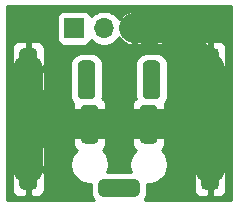
<source format=gbr>
%TF.GenerationSoftware,KiCad,Pcbnew,(5.1.6-0-10_14)*%
%TF.CreationDate,2020-09-14T10:06:51+09:00*%
%TF.ProjectId,breakout_DIN4,62726561-6b6f-4757-945f-44494e342e6b,rev?*%
%TF.SameCoordinates,Original*%
%TF.FileFunction,Copper,L2,Bot*%
%TF.FilePolarity,Positive*%
%FSLAX46Y46*%
G04 Gerber Fmt 4.6, Leading zero omitted, Abs format (unit mm)*
G04 Created by KiCad (PCBNEW (5.1.6-0-10_14)) date 2020-09-14 10:06:51*
%MOMM*%
%LPD*%
G01*
G04 APERTURE LIST*
%TA.AperFunction,ComponentPad*%
%ADD10O,1.700000X1.700000*%
%TD*%
%TA.AperFunction,ComponentPad*%
%ADD11R,1.700000X1.700000*%
%TD*%
%TA.AperFunction,Conductor*%
%ADD12C,2.540000*%
%TD*%
%TA.AperFunction,Conductor*%
%ADD13C,0.254000*%
%TD*%
G04 APERTURE END LIST*
D10*
%TO.P,J1,4*%
%TO.N,GND*%
X118110000Y-99060000D03*
%TO.P,J1,3*%
X115570000Y-99060000D03*
%TO.P,J1,2*%
%TO.N,VCC*%
X113030000Y-99060000D03*
D11*
%TO.P,J1,1*%
X110490000Y-99060000D03*
%TD*%
%TO.P,U1,1*%
%TO.N,VCC*%
%TA.AperFunction,ComponentPad*%
G36*
G01*
X110800000Y-104725000D02*
X110800000Y-102175000D01*
G75*
G02*
X111175000Y-101800000I375000J0D01*
G01*
X111925000Y-101800000D01*
G75*
G02*
X112300000Y-102175000I0J-375000D01*
G01*
X112300000Y-104725000D01*
G75*
G02*
X111925000Y-105100000I-375000J0D01*
G01*
X111175000Y-105100000D01*
G75*
G02*
X110800000Y-104725000I0J375000D01*
G01*
G37*
%TD.AperFunction*%
%TO.P,U1,2*%
%TA.AperFunction,ComponentPad*%
G36*
G01*
X116300000Y-104725000D02*
X116300000Y-102175000D01*
G75*
G02*
X116675000Y-101800000I375000J0D01*
G01*
X117425000Y-101800000D01*
G75*
G02*
X117800000Y-102175000I0J-375000D01*
G01*
X117800000Y-104725000D01*
G75*
G02*
X117425000Y-105100000I-375000J0D01*
G01*
X116675000Y-105100000D01*
G75*
G02*
X116300000Y-104725000I0J375000D01*
G01*
G37*
%TD.AperFunction*%
%TO.P,U1,3*%
%TO.N,GND*%
%TA.AperFunction,ComponentPad*%
G36*
G01*
X111050000Y-108475000D02*
X111050000Y-105925000D01*
G75*
G02*
X111425000Y-105550000I375000J0D01*
G01*
X112175000Y-105550000D01*
G75*
G02*
X112550000Y-105925000I0J-375000D01*
G01*
X112550000Y-108475000D01*
G75*
G02*
X112175000Y-108850000I-375000J0D01*
G01*
X111425000Y-108850000D01*
G75*
G02*
X111050000Y-108475000I0J375000D01*
G01*
G37*
%TD.AperFunction*%
%TO.P,U1,4*%
%TA.AperFunction,ComponentPad*%
G36*
G01*
X116050000Y-108475000D02*
X116050000Y-105925000D01*
G75*
G02*
X116425000Y-105550000I375000J0D01*
G01*
X117175000Y-105550000D01*
G75*
G02*
X117550000Y-105925000I0J-375000D01*
G01*
X117550000Y-108475000D01*
G75*
G02*
X117175000Y-108850000I-375000J0D01*
G01*
X116425000Y-108850000D01*
G75*
G02*
X116050000Y-108475000I0J375000D01*
G01*
G37*
%TD.AperFunction*%
%TO.P,U1,5*%
%TO.N,Net-(U1-Pad5)*%
%TA.AperFunction,ComponentPad*%
G36*
G01*
X115675000Y-113350000D02*
X112925000Y-113350000D01*
G75*
G02*
X112550000Y-112975000I0J375000D01*
G01*
X112550000Y-112225000D01*
G75*
G02*
X112925000Y-111850000I375000J0D01*
G01*
X115675000Y-111850000D01*
G75*
G02*
X116050000Y-112225000I0J-375000D01*
G01*
X116050000Y-112975000D01*
G75*
G02*
X115675000Y-113350000I-375000J0D01*
G01*
G37*
%TD.AperFunction*%
%TO.P,U1,6*%
%TO.N,GND*%
%TA.AperFunction,ComponentPad*%
G36*
G01*
X107350000Y-101125000D02*
X107350000Y-103875000D01*
G75*
G02*
X106975000Y-104250000I-375000J0D01*
G01*
X106225000Y-104250000D01*
G75*
G02*
X105850000Y-103875000I0J375000D01*
G01*
X105850000Y-101125000D01*
G75*
G02*
X106225000Y-100750000I375000J0D01*
G01*
X106975000Y-100750000D01*
G75*
G02*
X107350000Y-101125000I0J-375000D01*
G01*
G37*
%TD.AperFunction*%
%TO.P,U1,8*%
%TA.AperFunction,ComponentPad*%
G36*
G01*
X122750000Y-101125000D02*
X122750000Y-103875000D01*
G75*
G02*
X122375000Y-104250000I-375000J0D01*
G01*
X121625000Y-104250000D01*
G75*
G02*
X121250000Y-103875000I0J375000D01*
G01*
X121250000Y-101125000D01*
G75*
G02*
X121625000Y-100750000I375000J0D01*
G01*
X122375000Y-100750000D01*
G75*
G02*
X122750000Y-101125000I0J-375000D01*
G01*
G37*
%TD.AperFunction*%
%TO.P,U1,7*%
%TA.AperFunction,ComponentPad*%
G36*
G01*
X107350000Y-109625000D02*
X107350000Y-112375000D01*
G75*
G02*
X106975000Y-112750000I-375000J0D01*
G01*
X106225000Y-112750000D01*
G75*
G02*
X105850000Y-112375000I0J375000D01*
G01*
X105850000Y-109625000D01*
G75*
G02*
X106225000Y-109250000I375000J0D01*
G01*
X106975000Y-109250000D01*
G75*
G02*
X107350000Y-109625000I0J-375000D01*
G01*
G37*
%TD.AperFunction*%
%TO.P,U1,9*%
%TA.AperFunction,ComponentPad*%
G36*
G01*
X122750000Y-109625000D02*
X122750000Y-112375000D01*
G75*
G02*
X122375000Y-112750000I-375000J0D01*
G01*
X121625000Y-112750000D01*
G75*
G02*
X121250000Y-112375000I0J375000D01*
G01*
X121250000Y-109625000D01*
G75*
G02*
X121625000Y-109250000I375000J0D01*
G01*
X122375000Y-109250000D01*
G75*
G02*
X122750000Y-109625000I0J-375000D01*
G01*
G37*
%TD.AperFunction*%
%TD*%
D12*
%TO.N,GND*%
X106913000Y-107200000D02*
X106600000Y-106887000D01*
X111800000Y-107200000D02*
X106913000Y-107200000D01*
X106600000Y-106887000D02*
X106600000Y-111000000D01*
X106600000Y-102500000D02*
X106600000Y-106887000D01*
X111800000Y-107200000D02*
X116800000Y-107200000D01*
X121585400Y-107200000D02*
X122000000Y-106785400D01*
X122000000Y-106785400D02*
X122000000Y-111000000D01*
X116800000Y-107200000D02*
X121585400Y-107200000D01*
X122000000Y-102500000D02*
X122000000Y-106785400D01*
X115570000Y-99060000D02*
X118110000Y-99060000D01*
X118560000Y-99060000D02*
X122000000Y-102500000D01*
X118110000Y-99060000D02*
X118560000Y-99060000D01*
%TD*%
D13*
%TO.N,GND*%
G36*
X123775000Y-113615000D02*
G01*
X116454009Y-113615000D01*
X116517339Y-113537833D01*
X116610956Y-113362686D01*
X116668606Y-113172641D01*
X116688072Y-112975000D01*
X116688072Y-112750000D01*
X120611928Y-112750000D01*
X120624188Y-112874482D01*
X120660498Y-112994180D01*
X120719463Y-113104494D01*
X120798815Y-113201185D01*
X120895506Y-113280537D01*
X121005820Y-113339502D01*
X121125518Y-113375812D01*
X121250000Y-113388072D01*
X121714250Y-113385000D01*
X121873000Y-113226250D01*
X121873000Y-111127000D01*
X122127000Y-111127000D01*
X122127000Y-113226250D01*
X122285750Y-113385000D01*
X122750000Y-113388072D01*
X122874482Y-113375812D01*
X122994180Y-113339502D01*
X123104494Y-113280537D01*
X123201185Y-113201185D01*
X123280537Y-113104494D01*
X123339502Y-112994180D01*
X123375812Y-112874482D01*
X123388072Y-112750000D01*
X123385000Y-111285750D01*
X123226250Y-111127000D01*
X122127000Y-111127000D01*
X121873000Y-111127000D01*
X120773750Y-111127000D01*
X120615000Y-111285750D01*
X120611928Y-112750000D01*
X116688072Y-112750000D01*
X116688072Y-112235000D01*
X116961033Y-112235000D01*
X117276912Y-112172168D01*
X117574463Y-112048918D01*
X117842252Y-111869987D01*
X118069987Y-111642252D01*
X118248918Y-111374463D01*
X118372168Y-111076912D01*
X118435000Y-110761033D01*
X118435000Y-110438967D01*
X118372168Y-110123088D01*
X118248918Y-109825537D01*
X118069987Y-109557748D01*
X117896858Y-109384619D01*
X117904494Y-109380537D01*
X118001185Y-109301185D01*
X118043191Y-109250000D01*
X120611928Y-109250000D01*
X120615000Y-110714250D01*
X120773750Y-110873000D01*
X121873000Y-110873000D01*
X121873000Y-108773750D01*
X122127000Y-108773750D01*
X122127000Y-110873000D01*
X123226250Y-110873000D01*
X123385000Y-110714250D01*
X123388072Y-109250000D01*
X123375812Y-109125518D01*
X123339502Y-109005820D01*
X123280537Y-108895506D01*
X123201185Y-108798815D01*
X123104494Y-108719463D01*
X122994180Y-108660498D01*
X122874482Y-108624188D01*
X122750000Y-108611928D01*
X122285750Y-108615000D01*
X122127000Y-108773750D01*
X121873000Y-108773750D01*
X121714250Y-108615000D01*
X121250000Y-108611928D01*
X121125518Y-108624188D01*
X121005820Y-108660498D01*
X120895506Y-108719463D01*
X120798815Y-108798815D01*
X120719463Y-108895506D01*
X120660498Y-109005820D01*
X120624188Y-109125518D01*
X120611928Y-109250000D01*
X118043191Y-109250000D01*
X118080537Y-109204494D01*
X118139502Y-109094180D01*
X118175812Y-108974482D01*
X118188072Y-108850000D01*
X118185000Y-107485750D01*
X118026250Y-107327000D01*
X116927000Y-107327000D01*
X116927000Y-107347000D01*
X116673000Y-107347000D01*
X116673000Y-107327000D01*
X115573750Y-107327000D01*
X115415000Y-107485750D01*
X115411928Y-108850000D01*
X115424188Y-108974482D01*
X115460498Y-109094180D01*
X115519463Y-109204494D01*
X115598815Y-109301185D01*
X115695506Y-109380537D01*
X115703142Y-109384619D01*
X115530013Y-109557748D01*
X115351082Y-109825537D01*
X115227832Y-110123088D01*
X115165000Y-110438967D01*
X115165000Y-110761033D01*
X115227832Y-111076912D01*
X115283758Y-111211928D01*
X113316242Y-111211928D01*
X113372168Y-111076912D01*
X113435000Y-110761033D01*
X113435000Y-110438967D01*
X113372168Y-110123088D01*
X113248918Y-109825537D01*
X113069987Y-109557748D01*
X112896858Y-109384619D01*
X112904494Y-109380537D01*
X113001185Y-109301185D01*
X113080537Y-109204494D01*
X113139502Y-109094180D01*
X113175812Y-108974482D01*
X113188072Y-108850000D01*
X113185000Y-107485750D01*
X113026250Y-107327000D01*
X111927000Y-107327000D01*
X111927000Y-107347000D01*
X111673000Y-107347000D01*
X111673000Y-107327000D01*
X110573750Y-107327000D01*
X110415000Y-107485750D01*
X110411928Y-108850000D01*
X110424188Y-108974482D01*
X110460498Y-109094180D01*
X110519463Y-109204494D01*
X110598815Y-109301185D01*
X110695506Y-109380537D01*
X110703142Y-109384619D01*
X110530013Y-109557748D01*
X110351082Y-109825537D01*
X110227832Y-110123088D01*
X110165000Y-110438967D01*
X110165000Y-110761033D01*
X110227832Y-111076912D01*
X110351082Y-111374463D01*
X110530013Y-111642252D01*
X110757748Y-111869987D01*
X111025537Y-112048918D01*
X111323088Y-112172168D01*
X111638967Y-112235000D01*
X111911928Y-112235000D01*
X111911928Y-112975000D01*
X111931394Y-113172641D01*
X111989044Y-113362686D01*
X112082661Y-113537833D01*
X112145991Y-113615000D01*
X104825000Y-113615000D01*
X104825000Y-112750000D01*
X105211928Y-112750000D01*
X105224188Y-112874482D01*
X105260498Y-112994180D01*
X105319463Y-113104494D01*
X105398815Y-113201185D01*
X105495506Y-113280537D01*
X105605820Y-113339502D01*
X105725518Y-113375812D01*
X105850000Y-113388072D01*
X106314250Y-113385000D01*
X106473000Y-113226250D01*
X106473000Y-111127000D01*
X106727000Y-111127000D01*
X106727000Y-113226250D01*
X106885750Y-113385000D01*
X107350000Y-113388072D01*
X107474482Y-113375812D01*
X107594180Y-113339502D01*
X107704494Y-113280537D01*
X107801185Y-113201185D01*
X107880537Y-113104494D01*
X107939502Y-112994180D01*
X107975812Y-112874482D01*
X107988072Y-112750000D01*
X107985000Y-111285750D01*
X107826250Y-111127000D01*
X106727000Y-111127000D01*
X106473000Y-111127000D01*
X105373750Y-111127000D01*
X105215000Y-111285750D01*
X105211928Y-112750000D01*
X104825000Y-112750000D01*
X104825000Y-109250000D01*
X105211928Y-109250000D01*
X105215000Y-110714250D01*
X105373750Y-110873000D01*
X106473000Y-110873000D01*
X106473000Y-108773750D01*
X106727000Y-108773750D01*
X106727000Y-110873000D01*
X107826250Y-110873000D01*
X107985000Y-110714250D01*
X107988072Y-109250000D01*
X107975812Y-109125518D01*
X107939502Y-109005820D01*
X107880537Y-108895506D01*
X107801185Y-108798815D01*
X107704494Y-108719463D01*
X107594180Y-108660498D01*
X107474482Y-108624188D01*
X107350000Y-108611928D01*
X106885750Y-108615000D01*
X106727000Y-108773750D01*
X106473000Y-108773750D01*
X106314250Y-108615000D01*
X105850000Y-108611928D01*
X105725518Y-108624188D01*
X105605820Y-108660498D01*
X105495506Y-108719463D01*
X105398815Y-108798815D01*
X105319463Y-108895506D01*
X105260498Y-109005820D01*
X105224188Y-109125518D01*
X105211928Y-109250000D01*
X104825000Y-109250000D01*
X104825000Y-104250000D01*
X105211928Y-104250000D01*
X105224188Y-104374482D01*
X105260498Y-104494180D01*
X105319463Y-104604494D01*
X105398815Y-104701185D01*
X105495506Y-104780537D01*
X105605820Y-104839502D01*
X105725518Y-104875812D01*
X105850000Y-104888072D01*
X106314250Y-104885000D01*
X106473000Y-104726250D01*
X106473000Y-102627000D01*
X106727000Y-102627000D01*
X106727000Y-104726250D01*
X106885750Y-104885000D01*
X107350000Y-104888072D01*
X107474482Y-104875812D01*
X107594180Y-104839502D01*
X107704494Y-104780537D01*
X107801185Y-104701185D01*
X107880537Y-104604494D01*
X107939502Y-104494180D01*
X107975812Y-104374482D01*
X107988072Y-104250000D01*
X107985000Y-102785750D01*
X107826250Y-102627000D01*
X106727000Y-102627000D01*
X106473000Y-102627000D01*
X105373750Y-102627000D01*
X105215000Y-102785750D01*
X105211928Y-104250000D01*
X104825000Y-104250000D01*
X104825000Y-100750000D01*
X105211928Y-100750000D01*
X105215000Y-102214250D01*
X105373750Y-102373000D01*
X106473000Y-102373000D01*
X106473000Y-100273750D01*
X106727000Y-100273750D01*
X106727000Y-102373000D01*
X107826250Y-102373000D01*
X107985000Y-102214250D01*
X107985082Y-102175000D01*
X110161928Y-102175000D01*
X110161928Y-104725000D01*
X110181394Y-104922641D01*
X110239044Y-105112686D01*
X110332661Y-105287833D01*
X110429982Y-105406418D01*
X110424188Y-105425518D01*
X110411928Y-105550000D01*
X110415000Y-106914250D01*
X110573750Y-107073000D01*
X111673000Y-107073000D01*
X111673000Y-107053000D01*
X111927000Y-107053000D01*
X111927000Y-107073000D01*
X113026250Y-107073000D01*
X113185000Y-106914250D01*
X113188072Y-105550000D01*
X115411928Y-105550000D01*
X115415000Y-106914250D01*
X115573750Y-107073000D01*
X116673000Y-107073000D01*
X116673000Y-107053000D01*
X116927000Y-107053000D01*
X116927000Y-107073000D01*
X118026250Y-107073000D01*
X118185000Y-106914250D01*
X118188072Y-105550000D01*
X118175812Y-105425518D01*
X118170018Y-105406418D01*
X118267339Y-105287833D01*
X118360956Y-105112686D01*
X118418606Y-104922641D01*
X118438072Y-104725000D01*
X118438072Y-104250000D01*
X120611928Y-104250000D01*
X120624188Y-104374482D01*
X120660498Y-104494180D01*
X120719463Y-104604494D01*
X120798815Y-104701185D01*
X120895506Y-104780537D01*
X121005820Y-104839502D01*
X121125518Y-104875812D01*
X121250000Y-104888072D01*
X121714250Y-104885000D01*
X121873000Y-104726250D01*
X121873000Y-102627000D01*
X122127000Y-102627000D01*
X122127000Y-104726250D01*
X122285750Y-104885000D01*
X122750000Y-104888072D01*
X122874482Y-104875812D01*
X122994180Y-104839502D01*
X123104494Y-104780537D01*
X123201185Y-104701185D01*
X123280537Y-104604494D01*
X123339502Y-104494180D01*
X123375812Y-104374482D01*
X123388072Y-104250000D01*
X123385000Y-102785750D01*
X123226250Y-102627000D01*
X122127000Y-102627000D01*
X121873000Y-102627000D01*
X120773750Y-102627000D01*
X120615000Y-102785750D01*
X120611928Y-104250000D01*
X118438072Y-104250000D01*
X118438072Y-102175000D01*
X118418606Y-101977359D01*
X118360956Y-101787314D01*
X118267339Y-101612167D01*
X118141350Y-101458650D01*
X117987833Y-101332661D01*
X117812686Y-101239044D01*
X117622641Y-101181394D01*
X117425000Y-101161928D01*
X116675000Y-101161928D01*
X116477359Y-101181394D01*
X116287314Y-101239044D01*
X116112167Y-101332661D01*
X115958650Y-101458650D01*
X115832661Y-101612167D01*
X115739044Y-101787314D01*
X115681394Y-101977359D01*
X115661928Y-102175000D01*
X115661928Y-104725000D01*
X115681394Y-104922641D01*
X115708636Y-105012445D01*
X115695506Y-105019463D01*
X115598815Y-105098815D01*
X115519463Y-105195506D01*
X115460498Y-105305820D01*
X115424188Y-105425518D01*
X115411928Y-105550000D01*
X113188072Y-105550000D01*
X113175812Y-105425518D01*
X113139502Y-105305820D01*
X113080537Y-105195506D01*
X113001185Y-105098815D01*
X112904494Y-105019463D01*
X112891364Y-105012445D01*
X112918606Y-104922641D01*
X112938072Y-104725000D01*
X112938072Y-102175000D01*
X112918606Y-101977359D01*
X112860956Y-101787314D01*
X112767339Y-101612167D01*
X112641350Y-101458650D01*
X112487833Y-101332661D01*
X112312686Y-101239044D01*
X112122641Y-101181394D01*
X111925000Y-101161928D01*
X111175000Y-101161928D01*
X110977359Y-101181394D01*
X110787314Y-101239044D01*
X110612167Y-101332661D01*
X110458650Y-101458650D01*
X110332661Y-101612167D01*
X110239044Y-101787314D01*
X110181394Y-101977359D01*
X110161928Y-102175000D01*
X107985082Y-102175000D01*
X107988072Y-100750000D01*
X120611928Y-100750000D01*
X120615000Y-102214250D01*
X120773750Y-102373000D01*
X121873000Y-102373000D01*
X121873000Y-100273750D01*
X122127000Y-100273750D01*
X122127000Y-102373000D01*
X123226250Y-102373000D01*
X123385000Y-102214250D01*
X123388072Y-100750000D01*
X123375812Y-100625518D01*
X123339502Y-100505820D01*
X123280537Y-100395506D01*
X123201185Y-100298815D01*
X123104494Y-100219463D01*
X122994180Y-100160498D01*
X122874482Y-100124188D01*
X122750000Y-100111928D01*
X122285750Y-100115000D01*
X122127000Y-100273750D01*
X121873000Y-100273750D01*
X121714250Y-100115000D01*
X121250000Y-100111928D01*
X121125518Y-100124188D01*
X121005820Y-100160498D01*
X120895506Y-100219463D01*
X120798815Y-100298815D01*
X120719463Y-100395506D01*
X120660498Y-100505820D01*
X120624188Y-100625518D01*
X120611928Y-100750000D01*
X107988072Y-100750000D01*
X107975812Y-100625518D01*
X107939502Y-100505820D01*
X107880537Y-100395506D01*
X107801185Y-100298815D01*
X107704494Y-100219463D01*
X107594180Y-100160498D01*
X107474482Y-100124188D01*
X107350000Y-100111928D01*
X106885750Y-100115000D01*
X106727000Y-100273750D01*
X106473000Y-100273750D01*
X106314250Y-100115000D01*
X105850000Y-100111928D01*
X105725518Y-100124188D01*
X105605820Y-100160498D01*
X105495506Y-100219463D01*
X105398815Y-100298815D01*
X105319463Y-100395506D01*
X105260498Y-100505820D01*
X105224188Y-100625518D01*
X105211928Y-100750000D01*
X104825000Y-100750000D01*
X104825000Y-98210000D01*
X109001928Y-98210000D01*
X109001928Y-99910000D01*
X109014188Y-100034482D01*
X109050498Y-100154180D01*
X109109463Y-100264494D01*
X109188815Y-100361185D01*
X109285506Y-100440537D01*
X109395820Y-100499502D01*
X109515518Y-100535812D01*
X109640000Y-100548072D01*
X111340000Y-100548072D01*
X111464482Y-100535812D01*
X111584180Y-100499502D01*
X111694494Y-100440537D01*
X111791185Y-100361185D01*
X111870537Y-100264494D01*
X111929502Y-100154180D01*
X111951513Y-100081620D01*
X112083368Y-100213475D01*
X112326589Y-100375990D01*
X112596842Y-100487932D01*
X112883740Y-100545000D01*
X113176260Y-100545000D01*
X113463158Y-100487932D01*
X113733411Y-100375990D01*
X113976632Y-100213475D01*
X114183475Y-100006632D01*
X114305195Y-99824466D01*
X114374822Y-99941355D01*
X114569731Y-100157588D01*
X114803080Y-100331641D01*
X115065901Y-100456825D01*
X115213110Y-100501476D01*
X115443000Y-100380155D01*
X115443000Y-99187000D01*
X115697000Y-99187000D01*
X115697000Y-100380155D01*
X115926890Y-100501476D01*
X116074099Y-100456825D01*
X116336920Y-100331641D01*
X116570269Y-100157588D01*
X116765178Y-99941355D01*
X116840000Y-99815745D01*
X116914822Y-99941355D01*
X117109731Y-100157588D01*
X117343080Y-100331641D01*
X117605901Y-100456825D01*
X117753110Y-100501476D01*
X117983000Y-100380155D01*
X117983000Y-99187000D01*
X118237000Y-99187000D01*
X118237000Y-100380155D01*
X118466890Y-100501476D01*
X118614099Y-100456825D01*
X118876920Y-100331641D01*
X119110269Y-100157588D01*
X119305178Y-99941355D01*
X119454157Y-99691252D01*
X119551481Y-99416891D01*
X119430814Y-99187000D01*
X118237000Y-99187000D01*
X117983000Y-99187000D01*
X115697000Y-99187000D01*
X115443000Y-99187000D01*
X115423000Y-99187000D01*
X115423000Y-98933000D01*
X115443000Y-98933000D01*
X115443000Y-97739845D01*
X115697000Y-97739845D01*
X115697000Y-98933000D01*
X117983000Y-98933000D01*
X117983000Y-97739845D01*
X118237000Y-97739845D01*
X118237000Y-98933000D01*
X119430814Y-98933000D01*
X119551481Y-98703109D01*
X119454157Y-98428748D01*
X119305178Y-98178645D01*
X119110269Y-97962412D01*
X118876920Y-97788359D01*
X118614099Y-97663175D01*
X118466890Y-97618524D01*
X118237000Y-97739845D01*
X117983000Y-97739845D01*
X117753110Y-97618524D01*
X117605901Y-97663175D01*
X117343080Y-97788359D01*
X117109731Y-97962412D01*
X116914822Y-98178645D01*
X116840000Y-98304255D01*
X116765178Y-98178645D01*
X116570269Y-97962412D01*
X116336920Y-97788359D01*
X116074099Y-97663175D01*
X115926890Y-97618524D01*
X115697000Y-97739845D01*
X115443000Y-97739845D01*
X115213110Y-97618524D01*
X115065901Y-97663175D01*
X114803080Y-97788359D01*
X114569731Y-97962412D01*
X114374822Y-98178645D01*
X114305195Y-98295534D01*
X114183475Y-98113368D01*
X113976632Y-97906525D01*
X113733411Y-97744010D01*
X113463158Y-97632068D01*
X113176260Y-97575000D01*
X112883740Y-97575000D01*
X112596842Y-97632068D01*
X112326589Y-97744010D01*
X112083368Y-97906525D01*
X111951513Y-98038380D01*
X111929502Y-97965820D01*
X111870537Y-97855506D01*
X111791185Y-97758815D01*
X111694494Y-97679463D01*
X111584180Y-97620498D01*
X111464482Y-97584188D01*
X111340000Y-97571928D01*
X109640000Y-97571928D01*
X109515518Y-97584188D01*
X109395820Y-97620498D01*
X109285506Y-97679463D01*
X109188815Y-97758815D01*
X109109463Y-97855506D01*
X109050498Y-97965820D01*
X109014188Y-98085518D01*
X109001928Y-98210000D01*
X104825000Y-98210000D01*
X104825000Y-97205000D01*
X123775001Y-97205000D01*
X123775000Y-113615000D01*
G37*
X123775000Y-113615000D02*
X116454009Y-113615000D01*
X116517339Y-113537833D01*
X116610956Y-113362686D01*
X116668606Y-113172641D01*
X116688072Y-112975000D01*
X116688072Y-112750000D01*
X120611928Y-112750000D01*
X120624188Y-112874482D01*
X120660498Y-112994180D01*
X120719463Y-113104494D01*
X120798815Y-113201185D01*
X120895506Y-113280537D01*
X121005820Y-113339502D01*
X121125518Y-113375812D01*
X121250000Y-113388072D01*
X121714250Y-113385000D01*
X121873000Y-113226250D01*
X121873000Y-111127000D01*
X122127000Y-111127000D01*
X122127000Y-113226250D01*
X122285750Y-113385000D01*
X122750000Y-113388072D01*
X122874482Y-113375812D01*
X122994180Y-113339502D01*
X123104494Y-113280537D01*
X123201185Y-113201185D01*
X123280537Y-113104494D01*
X123339502Y-112994180D01*
X123375812Y-112874482D01*
X123388072Y-112750000D01*
X123385000Y-111285750D01*
X123226250Y-111127000D01*
X122127000Y-111127000D01*
X121873000Y-111127000D01*
X120773750Y-111127000D01*
X120615000Y-111285750D01*
X120611928Y-112750000D01*
X116688072Y-112750000D01*
X116688072Y-112235000D01*
X116961033Y-112235000D01*
X117276912Y-112172168D01*
X117574463Y-112048918D01*
X117842252Y-111869987D01*
X118069987Y-111642252D01*
X118248918Y-111374463D01*
X118372168Y-111076912D01*
X118435000Y-110761033D01*
X118435000Y-110438967D01*
X118372168Y-110123088D01*
X118248918Y-109825537D01*
X118069987Y-109557748D01*
X117896858Y-109384619D01*
X117904494Y-109380537D01*
X118001185Y-109301185D01*
X118043191Y-109250000D01*
X120611928Y-109250000D01*
X120615000Y-110714250D01*
X120773750Y-110873000D01*
X121873000Y-110873000D01*
X121873000Y-108773750D01*
X122127000Y-108773750D01*
X122127000Y-110873000D01*
X123226250Y-110873000D01*
X123385000Y-110714250D01*
X123388072Y-109250000D01*
X123375812Y-109125518D01*
X123339502Y-109005820D01*
X123280537Y-108895506D01*
X123201185Y-108798815D01*
X123104494Y-108719463D01*
X122994180Y-108660498D01*
X122874482Y-108624188D01*
X122750000Y-108611928D01*
X122285750Y-108615000D01*
X122127000Y-108773750D01*
X121873000Y-108773750D01*
X121714250Y-108615000D01*
X121250000Y-108611928D01*
X121125518Y-108624188D01*
X121005820Y-108660498D01*
X120895506Y-108719463D01*
X120798815Y-108798815D01*
X120719463Y-108895506D01*
X120660498Y-109005820D01*
X120624188Y-109125518D01*
X120611928Y-109250000D01*
X118043191Y-109250000D01*
X118080537Y-109204494D01*
X118139502Y-109094180D01*
X118175812Y-108974482D01*
X118188072Y-108850000D01*
X118185000Y-107485750D01*
X118026250Y-107327000D01*
X116927000Y-107327000D01*
X116927000Y-107347000D01*
X116673000Y-107347000D01*
X116673000Y-107327000D01*
X115573750Y-107327000D01*
X115415000Y-107485750D01*
X115411928Y-108850000D01*
X115424188Y-108974482D01*
X115460498Y-109094180D01*
X115519463Y-109204494D01*
X115598815Y-109301185D01*
X115695506Y-109380537D01*
X115703142Y-109384619D01*
X115530013Y-109557748D01*
X115351082Y-109825537D01*
X115227832Y-110123088D01*
X115165000Y-110438967D01*
X115165000Y-110761033D01*
X115227832Y-111076912D01*
X115283758Y-111211928D01*
X113316242Y-111211928D01*
X113372168Y-111076912D01*
X113435000Y-110761033D01*
X113435000Y-110438967D01*
X113372168Y-110123088D01*
X113248918Y-109825537D01*
X113069987Y-109557748D01*
X112896858Y-109384619D01*
X112904494Y-109380537D01*
X113001185Y-109301185D01*
X113080537Y-109204494D01*
X113139502Y-109094180D01*
X113175812Y-108974482D01*
X113188072Y-108850000D01*
X113185000Y-107485750D01*
X113026250Y-107327000D01*
X111927000Y-107327000D01*
X111927000Y-107347000D01*
X111673000Y-107347000D01*
X111673000Y-107327000D01*
X110573750Y-107327000D01*
X110415000Y-107485750D01*
X110411928Y-108850000D01*
X110424188Y-108974482D01*
X110460498Y-109094180D01*
X110519463Y-109204494D01*
X110598815Y-109301185D01*
X110695506Y-109380537D01*
X110703142Y-109384619D01*
X110530013Y-109557748D01*
X110351082Y-109825537D01*
X110227832Y-110123088D01*
X110165000Y-110438967D01*
X110165000Y-110761033D01*
X110227832Y-111076912D01*
X110351082Y-111374463D01*
X110530013Y-111642252D01*
X110757748Y-111869987D01*
X111025537Y-112048918D01*
X111323088Y-112172168D01*
X111638967Y-112235000D01*
X111911928Y-112235000D01*
X111911928Y-112975000D01*
X111931394Y-113172641D01*
X111989044Y-113362686D01*
X112082661Y-113537833D01*
X112145991Y-113615000D01*
X104825000Y-113615000D01*
X104825000Y-112750000D01*
X105211928Y-112750000D01*
X105224188Y-112874482D01*
X105260498Y-112994180D01*
X105319463Y-113104494D01*
X105398815Y-113201185D01*
X105495506Y-113280537D01*
X105605820Y-113339502D01*
X105725518Y-113375812D01*
X105850000Y-113388072D01*
X106314250Y-113385000D01*
X106473000Y-113226250D01*
X106473000Y-111127000D01*
X106727000Y-111127000D01*
X106727000Y-113226250D01*
X106885750Y-113385000D01*
X107350000Y-113388072D01*
X107474482Y-113375812D01*
X107594180Y-113339502D01*
X107704494Y-113280537D01*
X107801185Y-113201185D01*
X107880537Y-113104494D01*
X107939502Y-112994180D01*
X107975812Y-112874482D01*
X107988072Y-112750000D01*
X107985000Y-111285750D01*
X107826250Y-111127000D01*
X106727000Y-111127000D01*
X106473000Y-111127000D01*
X105373750Y-111127000D01*
X105215000Y-111285750D01*
X105211928Y-112750000D01*
X104825000Y-112750000D01*
X104825000Y-109250000D01*
X105211928Y-109250000D01*
X105215000Y-110714250D01*
X105373750Y-110873000D01*
X106473000Y-110873000D01*
X106473000Y-108773750D01*
X106727000Y-108773750D01*
X106727000Y-110873000D01*
X107826250Y-110873000D01*
X107985000Y-110714250D01*
X107988072Y-109250000D01*
X107975812Y-109125518D01*
X107939502Y-109005820D01*
X107880537Y-108895506D01*
X107801185Y-108798815D01*
X107704494Y-108719463D01*
X107594180Y-108660498D01*
X107474482Y-108624188D01*
X107350000Y-108611928D01*
X106885750Y-108615000D01*
X106727000Y-108773750D01*
X106473000Y-108773750D01*
X106314250Y-108615000D01*
X105850000Y-108611928D01*
X105725518Y-108624188D01*
X105605820Y-108660498D01*
X105495506Y-108719463D01*
X105398815Y-108798815D01*
X105319463Y-108895506D01*
X105260498Y-109005820D01*
X105224188Y-109125518D01*
X105211928Y-109250000D01*
X104825000Y-109250000D01*
X104825000Y-104250000D01*
X105211928Y-104250000D01*
X105224188Y-104374482D01*
X105260498Y-104494180D01*
X105319463Y-104604494D01*
X105398815Y-104701185D01*
X105495506Y-104780537D01*
X105605820Y-104839502D01*
X105725518Y-104875812D01*
X105850000Y-104888072D01*
X106314250Y-104885000D01*
X106473000Y-104726250D01*
X106473000Y-102627000D01*
X106727000Y-102627000D01*
X106727000Y-104726250D01*
X106885750Y-104885000D01*
X107350000Y-104888072D01*
X107474482Y-104875812D01*
X107594180Y-104839502D01*
X107704494Y-104780537D01*
X107801185Y-104701185D01*
X107880537Y-104604494D01*
X107939502Y-104494180D01*
X107975812Y-104374482D01*
X107988072Y-104250000D01*
X107985000Y-102785750D01*
X107826250Y-102627000D01*
X106727000Y-102627000D01*
X106473000Y-102627000D01*
X105373750Y-102627000D01*
X105215000Y-102785750D01*
X105211928Y-104250000D01*
X104825000Y-104250000D01*
X104825000Y-100750000D01*
X105211928Y-100750000D01*
X105215000Y-102214250D01*
X105373750Y-102373000D01*
X106473000Y-102373000D01*
X106473000Y-100273750D01*
X106727000Y-100273750D01*
X106727000Y-102373000D01*
X107826250Y-102373000D01*
X107985000Y-102214250D01*
X107985082Y-102175000D01*
X110161928Y-102175000D01*
X110161928Y-104725000D01*
X110181394Y-104922641D01*
X110239044Y-105112686D01*
X110332661Y-105287833D01*
X110429982Y-105406418D01*
X110424188Y-105425518D01*
X110411928Y-105550000D01*
X110415000Y-106914250D01*
X110573750Y-107073000D01*
X111673000Y-107073000D01*
X111673000Y-107053000D01*
X111927000Y-107053000D01*
X111927000Y-107073000D01*
X113026250Y-107073000D01*
X113185000Y-106914250D01*
X113188072Y-105550000D01*
X115411928Y-105550000D01*
X115415000Y-106914250D01*
X115573750Y-107073000D01*
X116673000Y-107073000D01*
X116673000Y-107053000D01*
X116927000Y-107053000D01*
X116927000Y-107073000D01*
X118026250Y-107073000D01*
X118185000Y-106914250D01*
X118188072Y-105550000D01*
X118175812Y-105425518D01*
X118170018Y-105406418D01*
X118267339Y-105287833D01*
X118360956Y-105112686D01*
X118418606Y-104922641D01*
X118438072Y-104725000D01*
X118438072Y-104250000D01*
X120611928Y-104250000D01*
X120624188Y-104374482D01*
X120660498Y-104494180D01*
X120719463Y-104604494D01*
X120798815Y-104701185D01*
X120895506Y-104780537D01*
X121005820Y-104839502D01*
X121125518Y-104875812D01*
X121250000Y-104888072D01*
X121714250Y-104885000D01*
X121873000Y-104726250D01*
X121873000Y-102627000D01*
X122127000Y-102627000D01*
X122127000Y-104726250D01*
X122285750Y-104885000D01*
X122750000Y-104888072D01*
X122874482Y-104875812D01*
X122994180Y-104839502D01*
X123104494Y-104780537D01*
X123201185Y-104701185D01*
X123280537Y-104604494D01*
X123339502Y-104494180D01*
X123375812Y-104374482D01*
X123388072Y-104250000D01*
X123385000Y-102785750D01*
X123226250Y-102627000D01*
X122127000Y-102627000D01*
X121873000Y-102627000D01*
X120773750Y-102627000D01*
X120615000Y-102785750D01*
X120611928Y-104250000D01*
X118438072Y-104250000D01*
X118438072Y-102175000D01*
X118418606Y-101977359D01*
X118360956Y-101787314D01*
X118267339Y-101612167D01*
X118141350Y-101458650D01*
X117987833Y-101332661D01*
X117812686Y-101239044D01*
X117622641Y-101181394D01*
X117425000Y-101161928D01*
X116675000Y-101161928D01*
X116477359Y-101181394D01*
X116287314Y-101239044D01*
X116112167Y-101332661D01*
X115958650Y-101458650D01*
X115832661Y-101612167D01*
X115739044Y-101787314D01*
X115681394Y-101977359D01*
X115661928Y-102175000D01*
X115661928Y-104725000D01*
X115681394Y-104922641D01*
X115708636Y-105012445D01*
X115695506Y-105019463D01*
X115598815Y-105098815D01*
X115519463Y-105195506D01*
X115460498Y-105305820D01*
X115424188Y-105425518D01*
X115411928Y-105550000D01*
X113188072Y-105550000D01*
X113175812Y-105425518D01*
X113139502Y-105305820D01*
X113080537Y-105195506D01*
X113001185Y-105098815D01*
X112904494Y-105019463D01*
X112891364Y-105012445D01*
X112918606Y-104922641D01*
X112938072Y-104725000D01*
X112938072Y-102175000D01*
X112918606Y-101977359D01*
X112860956Y-101787314D01*
X112767339Y-101612167D01*
X112641350Y-101458650D01*
X112487833Y-101332661D01*
X112312686Y-101239044D01*
X112122641Y-101181394D01*
X111925000Y-101161928D01*
X111175000Y-101161928D01*
X110977359Y-101181394D01*
X110787314Y-101239044D01*
X110612167Y-101332661D01*
X110458650Y-101458650D01*
X110332661Y-101612167D01*
X110239044Y-101787314D01*
X110181394Y-101977359D01*
X110161928Y-102175000D01*
X107985082Y-102175000D01*
X107988072Y-100750000D01*
X120611928Y-100750000D01*
X120615000Y-102214250D01*
X120773750Y-102373000D01*
X121873000Y-102373000D01*
X121873000Y-100273750D01*
X122127000Y-100273750D01*
X122127000Y-102373000D01*
X123226250Y-102373000D01*
X123385000Y-102214250D01*
X123388072Y-100750000D01*
X123375812Y-100625518D01*
X123339502Y-100505820D01*
X123280537Y-100395506D01*
X123201185Y-100298815D01*
X123104494Y-100219463D01*
X122994180Y-100160498D01*
X122874482Y-100124188D01*
X122750000Y-100111928D01*
X122285750Y-100115000D01*
X122127000Y-100273750D01*
X121873000Y-100273750D01*
X121714250Y-100115000D01*
X121250000Y-100111928D01*
X121125518Y-100124188D01*
X121005820Y-100160498D01*
X120895506Y-100219463D01*
X120798815Y-100298815D01*
X120719463Y-100395506D01*
X120660498Y-100505820D01*
X120624188Y-100625518D01*
X120611928Y-100750000D01*
X107988072Y-100750000D01*
X107975812Y-100625518D01*
X107939502Y-100505820D01*
X107880537Y-100395506D01*
X107801185Y-100298815D01*
X107704494Y-100219463D01*
X107594180Y-100160498D01*
X107474482Y-100124188D01*
X107350000Y-100111928D01*
X106885750Y-100115000D01*
X106727000Y-100273750D01*
X106473000Y-100273750D01*
X106314250Y-100115000D01*
X105850000Y-100111928D01*
X105725518Y-100124188D01*
X105605820Y-100160498D01*
X105495506Y-100219463D01*
X105398815Y-100298815D01*
X105319463Y-100395506D01*
X105260498Y-100505820D01*
X105224188Y-100625518D01*
X105211928Y-100750000D01*
X104825000Y-100750000D01*
X104825000Y-98210000D01*
X109001928Y-98210000D01*
X109001928Y-99910000D01*
X109014188Y-100034482D01*
X109050498Y-100154180D01*
X109109463Y-100264494D01*
X109188815Y-100361185D01*
X109285506Y-100440537D01*
X109395820Y-100499502D01*
X109515518Y-100535812D01*
X109640000Y-100548072D01*
X111340000Y-100548072D01*
X111464482Y-100535812D01*
X111584180Y-100499502D01*
X111694494Y-100440537D01*
X111791185Y-100361185D01*
X111870537Y-100264494D01*
X111929502Y-100154180D01*
X111951513Y-100081620D01*
X112083368Y-100213475D01*
X112326589Y-100375990D01*
X112596842Y-100487932D01*
X112883740Y-100545000D01*
X113176260Y-100545000D01*
X113463158Y-100487932D01*
X113733411Y-100375990D01*
X113976632Y-100213475D01*
X114183475Y-100006632D01*
X114305195Y-99824466D01*
X114374822Y-99941355D01*
X114569731Y-100157588D01*
X114803080Y-100331641D01*
X115065901Y-100456825D01*
X115213110Y-100501476D01*
X115443000Y-100380155D01*
X115443000Y-99187000D01*
X115697000Y-99187000D01*
X115697000Y-100380155D01*
X115926890Y-100501476D01*
X116074099Y-100456825D01*
X116336920Y-100331641D01*
X116570269Y-100157588D01*
X116765178Y-99941355D01*
X116840000Y-99815745D01*
X116914822Y-99941355D01*
X117109731Y-100157588D01*
X117343080Y-100331641D01*
X117605901Y-100456825D01*
X117753110Y-100501476D01*
X117983000Y-100380155D01*
X117983000Y-99187000D01*
X118237000Y-99187000D01*
X118237000Y-100380155D01*
X118466890Y-100501476D01*
X118614099Y-100456825D01*
X118876920Y-100331641D01*
X119110269Y-100157588D01*
X119305178Y-99941355D01*
X119454157Y-99691252D01*
X119551481Y-99416891D01*
X119430814Y-99187000D01*
X118237000Y-99187000D01*
X117983000Y-99187000D01*
X115697000Y-99187000D01*
X115443000Y-99187000D01*
X115423000Y-99187000D01*
X115423000Y-98933000D01*
X115443000Y-98933000D01*
X115443000Y-97739845D01*
X115697000Y-97739845D01*
X115697000Y-98933000D01*
X117983000Y-98933000D01*
X117983000Y-97739845D01*
X118237000Y-97739845D01*
X118237000Y-98933000D01*
X119430814Y-98933000D01*
X119551481Y-98703109D01*
X119454157Y-98428748D01*
X119305178Y-98178645D01*
X119110269Y-97962412D01*
X118876920Y-97788359D01*
X118614099Y-97663175D01*
X118466890Y-97618524D01*
X118237000Y-97739845D01*
X117983000Y-97739845D01*
X117753110Y-97618524D01*
X117605901Y-97663175D01*
X117343080Y-97788359D01*
X117109731Y-97962412D01*
X116914822Y-98178645D01*
X116840000Y-98304255D01*
X116765178Y-98178645D01*
X116570269Y-97962412D01*
X116336920Y-97788359D01*
X116074099Y-97663175D01*
X115926890Y-97618524D01*
X115697000Y-97739845D01*
X115443000Y-97739845D01*
X115213110Y-97618524D01*
X115065901Y-97663175D01*
X114803080Y-97788359D01*
X114569731Y-97962412D01*
X114374822Y-98178645D01*
X114305195Y-98295534D01*
X114183475Y-98113368D01*
X113976632Y-97906525D01*
X113733411Y-97744010D01*
X113463158Y-97632068D01*
X113176260Y-97575000D01*
X112883740Y-97575000D01*
X112596842Y-97632068D01*
X112326589Y-97744010D01*
X112083368Y-97906525D01*
X111951513Y-98038380D01*
X111929502Y-97965820D01*
X111870537Y-97855506D01*
X111791185Y-97758815D01*
X111694494Y-97679463D01*
X111584180Y-97620498D01*
X111464482Y-97584188D01*
X111340000Y-97571928D01*
X109640000Y-97571928D01*
X109515518Y-97584188D01*
X109395820Y-97620498D01*
X109285506Y-97679463D01*
X109188815Y-97758815D01*
X109109463Y-97855506D01*
X109050498Y-97965820D01*
X109014188Y-98085518D01*
X109001928Y-98210000D01*
X104825000Y-98210000D01*
X104825000Y-97205000D01*
X123775001Y-97205000D01*
X123775000Y-113615000D01*
%TD*%
M02*

</source>
